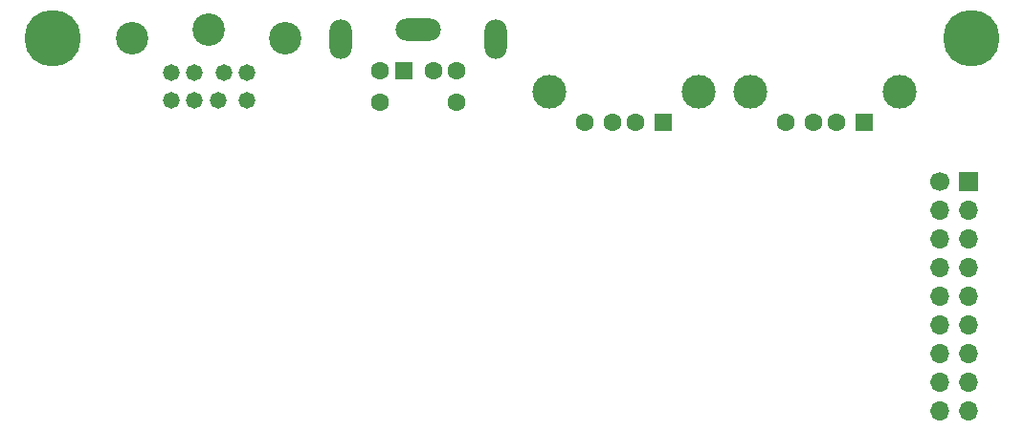
<source format=gbr>
%TF.GenerationSoftware,KiCad,Pcbnew,8.0.1*%
%TF.CreationDate,2024-04-03T08:14:29+10:00*%
%TF.ProjectId,Asus ATX USB PS2 Breakout,41737573-2041-4545-9820-555342205053,rev?*%
%TF.SameCoordinates,Original*%
%TF.FileFunction,Soldermask,Bot*%
%TF.FilePolarity,Negative*%
%FSLAX46Y46*%
G04 Gerber Fmt 4.6, Leading zero omitted, Abs format (unit mm)*
G04 Created by KiCad (PCBNEW 8.0.1) date 2024-04-03 08:14:29*
%MOMM*%
%LPD*%
G01*
G04 APERTURE LIST*
%ADD10R,1.600000X1.500000*%
%ADD11C,1.600000*%
%ADD12C,3.000000*%
%ADD13C,2.900000*%
%ADD14C,5.000000*%
%ADD15C,1.473200*%
%ADD16C,2.870200*%
%ADD17R,1.600000X1.600000*%
%ADD18O,2.000000X3.500000*%
%ADD19O,4.000000X2.000000*%
%ADD20R,1.700000X1.700000*%
%ADD21O,1.700000X1.700000*%
%ADD22C,1.700000*%
G04 APERTURE END LIST*
D10*
%TO.C,J4*%
X189174000Y-81306000D03*
D11*
X186674000Y-81306000D03*
X184674000Y-81306000D03*
X182174000Y-81306000D03*
D12*
X192244000Y-78596000D03*
X179104000Y-78596000D03*
%TD*%
D13*
%TO.C,H1*%
X117348000Y-73914000D03*
D14*
X117348000Y-73914000D03*
%TD*%
D13*
%TO.C,H2*%
X198628000Y-73914000D03*
D14*
X198628000Y-73914000D03*
%TD*%
D15*
%TO.C,J3*%
X129870200Y-76911200D03*
X132461000Y-76911200D03*
X127812800Y-76911200D03*
X129870200Y-79400400D03*
X134518400Y-76911200D03*
X127812800Y-79400400D03*
X131978400Y-79400400D03*
X134518400Y-79400400D03*
D16*
X131165600Y-73101200D03*
X124409200Y-73914000D03*
X137922000Y-73914000D03*
%TD*%
D17*
%TO.C,J2*%
X148404000Y-76802000D03*
D11*
X151004000Y-76802000D03*
X146304000Y-76802000D03*
X153104000Y-76802000D03*
X146304000Y-79602000D03*
X153104000Y-79602000D03*
D18*
X156554000Y-73952000D03*
D19*
X149704000Y-73152000D03*
D18*
X142854000Y-73952000D03*
%TD*%
D10*
%TO.C,J1*%
X171394000Y-81306000D03*
D11*
X168894000Y-81306000D03*
X166894000Y-81306000D03*
X164394000Y-81306000D03*
D12*
X174464000Y-78596000D03*
X161324000Y-78596000D03*
%TD*%
D20*
%TO.C,J6*%
X198374000Y-86614000D03*
D21*
X198374000Y-89154000D03*
X198374000Y-91694000D03*
X198374000Y-94234000D03*
X198374000Y-96774000D03*
X198374000Y-99314000D03*
X198374000Y-101854000D03*
X198374000Y-104394000D03*
X198374000Y-106934000D03*
D22*
X195834000Y-86614000D03*
D21*
X195834000Y-89154000D03*
X195834000Y-91694000D03*
X195834000Y-94234000D03*
X195834000Y-96774000D03*
X195834000Y-99314000D03*
X195834000Y-101854000D03*
X195834000Y-104394000D03*
X195834000Y-106934000D03*
%TD*%
M02*

</source>
